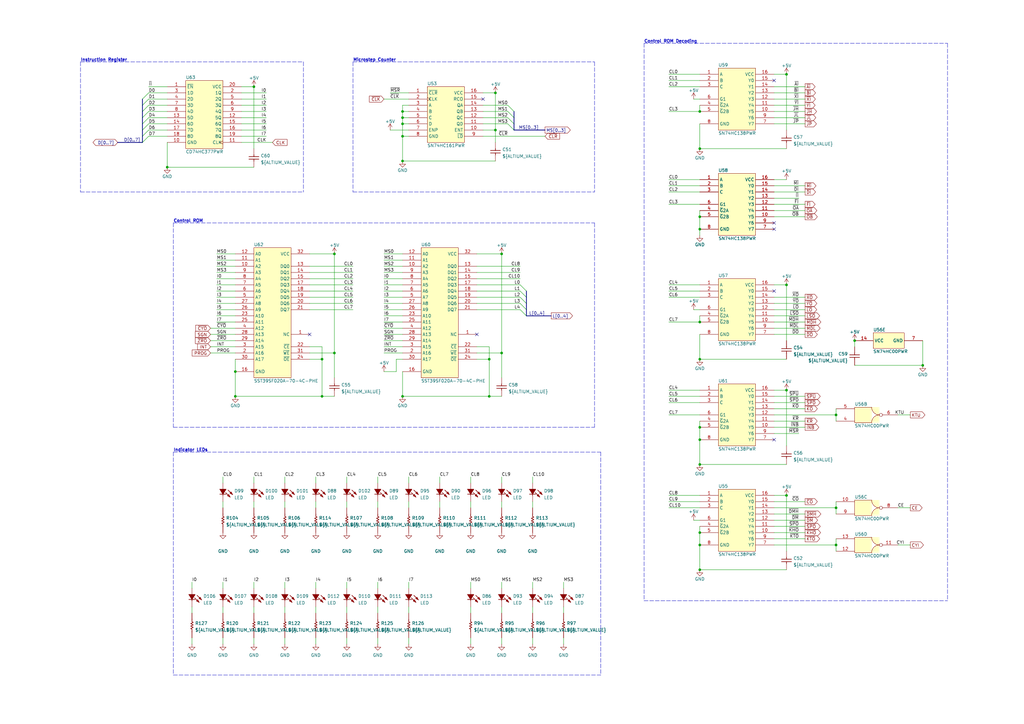
<source format=kicad_sch>
(kicad_sch (version 20211123) (generator eeschema)
  (paper "A3")
  (title_block (title "Control Logic") (date "2022-01-19") (rev "V1.1") (company "Riley Stuermer"))
  (junction (at 322.58 116.84))
  (junction (at 203.2 53.34))
  (junction (at 322.58 30.48))
  (junction (at 287.02 190.5))
  (junction (at 205.74 104.14))
  (junction (at 137.16 144.78))
  (junction (at 322.58 160.02))
  (junction (at 203.2 38.1))
  (junction (at 287.02 93.98))
  (junction (at 165.1 48.26))
  (junction (at 342.9 223.52))
  (junction (at 287.02 223.52))
  (junction (at 165.1 45.72))
  (junction (at 350.52 139.7))
  (junction (at 165.1 50.8))
  (junction (at 132.08 162.56))
  (junction (at 68.58 68.58))
  (junction (at 287.02 45.72))
  (junction (at 287.02 180.34))
  (junction (at 322.58 203.2))
  (junction (at 200.66 162.56))
  (junction (at 132.08 147.32))
  (junction (at 205.74 144.78))
  (junction (at 287.02 60.96))
  (junction (at 287.02 132.08))
  (junction (at 137.16 104.14))
  (junction (at 287.02 175.26))
  (junction (at 287.02 218.44))
  (junction (at 287.02 88.9))
  (junction (at 200.66 147.32))
  (junction (at 287.02 233.68))
  (junction (at 165.1 66.04))
  (junction (at 378.46 149.86))
  (junction (at 165.1 162.56))
  (junction (at 287.02 147.32))
  (junction (at 96.52 152.4))
  (junction (at 165.1 55.88))
  (junction (at 342.9 208.28))
  (junction (at 342.9 170.18))
  (junction (at 96.52 162.56))
  (junction (at 104.14 35.56))
  (no_connect (at 317.5 180.34))
  (no_connect (at 317.5 93.98))
  (no_connect (at 198.12 40.64))
  (no_connect (at 317.5 33.02))
  (no_connect (at 195.58 137.16))
  (no_connect (at 127 137.16))
  (no_connect (at 317.5 91.44))
  (no_connect (at 317.5 119.38))
  (bus_entry (at 208.28 43.18) (size 2.54 2.54))
  (bus_entry (at 208.28 48.26) (size 2.54 2.54))
  (bus_entry (at 208.28 45.72) (size 2.54 2.54))
  (bus_entry (at 208.28 50.8) (size 2.54 2.54))
  (bus_entry (at 213.36 116.84) (size 2.54 2.54))
  (bus_entry (at 213.36 121.92) (size 2.54 2.54))
  (bus_entry (at 213.36 127) (size 2.54 2.54))
  (bus_entry (at 213.36 119.38) (size 2.54 2.54))
  (bus_entry (at 213.36 124.46) (size 2.54 2.54))
  (bus_entry (at 58.42 40.64) (size 2.54 -2.54))
  (bus_entry (at 58.42 43.18) (size 2.54 -2.54))
  (bus_entry (at 58.42 45.72) (size 2.54 -2.54))
  (bus_entry (at 58.42 50.8) (size 2.54 -2.54))
  (bus_entry (at 58.42 48.26) (size 2.54 -2.54))
  (bus_entry (at 58.42 53.34) (size 2.54 -2.54))
  (bus_entry (at 58.42 55.88) (size 2.54 -2.54))
  (bus_entry (at 58.42 58.42) (size 2.54 -2.54))
  (wire (pts (xy 180.34 195.58) (xy 180.34 198.12)))
  (wire (pts (xy 91.44 251.46) (xy 91.44 248.92)))
  (wire (pts (xy 91.44 208.28) (xy 91.44 205.74)))
  (wire (pts (xy 317.5 210.82) (xy 330.2 210.82)))
  (wire (pts (xy 132.08 162.56) (xy 137.16 162.56)))
  (wire (pts (xy 274.32 76.2) (xy 287.02 76.2)))
  (wire (pts (xy 317.5 43.18) (xy 330.2 43.18)))
  (bus (pts (xy 210.82 48.26) (xy 210.82 50.8)))
  (wire (pts (xy 142.24 195.58) (xy 142.24 198.12)))
  (wire (pts (xy 91.44 195.58) (xy 91.44 198.12)))
  (wire (pts (xy 198.12 43.18) (xy 208.28 43.18)))
  (wire (pts (xy 157.48 109.22) (xy 165.1 109.22)))
  (wire (pts (xy 317.5 73.66) (xy 322.58 73.66)))
  (polyline (pts (xy 246.38 185.42) (xy 246.38 276.86)))
  (wire (pts (xy 157.48 152.4) (xy 162.56 152.4)))
  (wire (pts (xy 317.5 170.18) (xy 342.9 170.18)))
  (wire (pts (xy 195.58 116.84) (xy 213.36 116.84)))
  (wire (pts (xy 127 121.92) (xy 144.78 121.92)))
  (polyline (pts (xy 388.62 17.78) (xy 388.62 246.38)))
  (wire (pts (xy 322.58 203.2) (xy 322.58 226.06)))
  (wire (pts (xy 342.9 220.98) (xy 342.9 223.52)))
  (wire (pts (xy 317.5 83.82) (xy 330.2 83.82)))
  (polyline (pts (xy 243.84 91.44) (xy 243.84 175.26)))
  (wire (pts (xy 317.5 116.84) (xy 322.58 116.84)))
  (wire (pts (xy 287.02 223.52) (xy 287.02 218.44)))
  (wire (pts (xy 193.04 251.46) (xy 193.04 248.92)))
  (wire (pts (xy 104.14 208.28) (xy 104.14 205.74)))
  (wire (pts (xy 193.04 208.28) (xy 193.04 205.74)))
  (wire (pts (xy 317.5 81.28) (xy 327.66 81.28)))
  (wire (pts (xy 157.48 104.14) (xy 165.1 104.14)))
  (wire (pts (xy 88.9 124.46) (xy 96.52 124.46)))
  (wire (pts (xy 350.52 149.86) (xy 378.46 149.86)))
  (wire (pts (xy 154.94 208.28) (xy 154.94 205.74)))
  (wire (pts (xy 195.58 119.38) (xy 213.36 119.38)))
  (wire (pts (xy 317.5 177.8) (xy 327.66 177.8)))
  (wire (pts (xy 167.64 208.28) (xy 167.64 205.74)))
  (wire (pts (xy 162.56 152.4) (xy 162.56 147.32)))
  (wire (pts (xy 193.04 264.16) (xy 193.04 261.62)))
  (wire (pts (xy 160.02 53.34) (xy 167.64 53.34)))
  (wire (pts (xy 342.9 208.28) (xy 317.5 208.28)))
  (wire (pts (xy 142.24 251.46) (xy 142.24 248.92)))
  (wire (pts (xy 287.02 170.18) (xy 274.32 170.18)))
  (wire (pts (xy 60.96 55.88) (xy 68.58 55.88)))
  (bus (pts (xy 215.9 124.46) (xy 215.9 127)))
  (wire (pts (xy 60.96 38.1) (xy 68.58 38.1)))
  (wire (pts (xy 165.1 162.56) (xy 200.66 162.56)))
  (wire (pts (xy 287.02 233.68) (xy 287.02 223.52)))
  (wire (pts (xy 127 114.3) (xy 144.78 114.3)))
  (wire (pts (xy 91.44 238.76) (xy 91.44 241.3)))
  (wire (pts (xy 195.58 142.24) (xy 200.66 142.24)))
  (wire (pts (xy 317.5 38.1) (xy 330.2 38.1)))
  (wire (pts (xy 368.3 208.28) (xy 373.38 208.28)))
  (wire (pts (xy 287.02 175.26) (xy 287.02 172.72)))
  (wire (pts (xy 198.12 48.26) (xy 208.28 48.26)))
  (wire (pts (xy 218.44 238.76) (xy 218.44 241.3)))
  (wire (pts (xy 322.58 116.84) (xy 322.58 139.7)))
  (wire (pts (xy 116.84 238.76) (xy 116.84 241.3)))
  (wire (pts (xy 205.74 264.16) (xy 205.74 261.62)))
  (wire (pts (xy 287.02 218.44) (xy 287.02 215.9)))
  (wire (pts (xy 60.96 48.26) (xy 68.58 48.26)))
  (wire (pts (xy 162.56 147.32) (xy 165.1 147.32)))
  (wire (pts (xy 195.58 114.3) (xy 213.36 114.3)))
  (wire (pts (xy 132.08 147.32) (xy 132.08 162.56)))
  (wire (pts (xy 193.04 238.76) (xy 193.04 241.3)))
  (wire (pts (xy 165.1 45.72) (xy 167.64 45.72)))
  (wire (pts (xy 129.54 195.58) (xy 129.54 198.12)))
  (wire (pts (xy 198.12 55.88) (xy 223.52 55.88)))
  (wire (pts (xy 109.22 50.8) (xy 99.06 50.8)))
  (polyline (pts (xy 71.12 276.86) (xy 246.38 276.86)))
  (wire (pts (xy 287.02 180.34) (xy 287.02 175.26)))
  (wire (pts (xy 104.14 238.76) (xy 104.14 241.3)))
  (wire (pts (xy 157.48 119.38) (xy 165.1 119.38)))
  (wire (pts (xy 218.44 195.58) (xy 218.44 198.12)))
  (wire (pts (xy 198.12 45.72) (xy 208.28 45.72)))
  (wire (pts (xy 274.32 30.48) (xy 287.02 30.48)))
  (wire (pts (xy 91.44 264.16) (xy 91.44 261.62)))
  (wire (pts (xy 287.02 60.96) (xy 322.58 60.96)))
  (wire (pts (xy 317.5 127) (xy 330.2 127)))
  (wire (pts (xy 88.9 114.3) (xy 96.52 114.3)))
  (wire (pts (xy 165.1 43.18) (xy 167.64 43.18)))
  (wire (pts (xy 88.9 127) (xy 96.52 127)))
  (wire (pts (xy 274.32 78.74) (xy 287.02 78.74)))
  (polyline (pts (xy 33.02 78.74) (xy 124.46 78.74)))
  (wire (pts (xy 317.5 78.74) (xy 330.2 78.74)))
  (wire (pts (xy 218.44 208.28) (xy 218.44 205.74)))
  (wire (pts (xy 373.38 170.18) (xy 368.3 170.18)))
  (wire (pts (xy 284.48 213.36) (xy 287.02 213.36)))
  (wire (pts (xy 157.48 137.16) (xy 165.1 137.16)))
  (wire (pts (xy 88.9 119.38) (xy 96.52 119.38)))
  (polyline (pts (xy 144.78 25.4) (xy 243.84 25.4)))
  (bus (pts (xy 58.42 53.34) (xy 58.42 55.88)))
  (wire (pts (xy 104.14 195.58) (xy 104.14 198.12)))
  (wire (pts (xy 195.58 104.14) (xy 205.74 104.14)))
  (wire (pts (xy 317.5 160.02) (xy 322.58 160.02)))
  (wire (pts (xy 317.5 35.56) (xy 330.2 35.56)))
  (wire (pts (xy 287.02 45.72) (xy 274.32 45.72)))
  (bus (pts (xy 215.9 127) (xy 215.9 129.54)))
  (wire (pts (xy 157.48 132.08) (xy 165.1 132.08)))
  (polyline (pts (xy 264.16 17.78) (xy 264.16 246.38)))
  (wire (pts (xy 287.02 86.36) (xy 287.02 88.9)))
  (wire (pts (xy 342.9 223.52) (xy 342.9 226.06)))
  (wire (pts (xy 317.5 137.16) (xy 330.2 137.16)))
  (wire (pts (xy 198.12 50.8) (xy 208.28 50.8)))
  (wire (pts (xy 127 124.46) (xy 144.78 124.46)))
  (wire (pts (xy 116.84 208.28) (xy 116.84 205.74)))
  (wire (pts (xy 284.48 127) (xy 287.02 127)))
  (wire (pts (xy 218.44 251.46) (xy 218.44 248.92)))
  (wire (pts (xy 88.9 121.92) (xy 96.52 121.92)))
  (wire (pts (xy 60.96 43.18) (xy 68.58 43.18)))
  (wire (pts (xy 322.58 30.48) (xy 322.58 53.34)))
  (wire (pts (xy 165.1 48.26) (xy 165.1 50.8)))
  (wire (pts (xy 200.66 147.32) (xy 200.66 142.24)))
  (bus (pts (xy 210.82 50.8) (xy 210.82 53.34)))
  (wire (pts (xy 287.02 83.82) (xy 274.32 83.82)))
  (wire (pts (xy 157.48 139.7) (xy 165.1 139.7)))
  (wire (pts (xy 167.64 264.16) (xy 167.64 261.62)))
  (wire (pts (xy 205.74 238.76) (xy 205.74 241.3)))
  (wire (pts (xy 60.96 53.34) (xy 68.58 53.34)))
  (wire (pts (xy 88.9 111.76) (xy 96.52 111.76)))
  (wire (pts (xy 287.02 129.54) (xy 287.02 132.08)))
  (wire (pts (xy 322.58 190.5) (xy 287.02 190.5)))
  (wire (pts (xy 317.5 220.98) (xy 330.2 220.98)))
  (wire (pts (xy 231.14 264.16) (xy 231.14 261.62)))
  (wire (pts (xy 109.22 45.72) (xy 99.06 45.72)))
  (wire (pts (xy 142.24 264.16) (xy 142.24 261.62)))
  (bus (pts (xy 210.82 53.34) (xy 223.52 53.34)))
  (polyline (pts (xy 71.12 91.44) (xy 243.84 91.44)))
  (wire (pts (xy 86.36 142.24) (xy 96.52 142.24)))
  (wire (pts (xy 167.64 195.58) (xy 167.64 198.12)))
  (wire (pts (xy 88.9 104.14) (xy 96.52 104.14)))
  (wire (pts (xy 129.54 238.76) (xy 129.54 241.3)))
  (wire (pts (xy 167.64 251.46) (xy 167.64 248.92)))
  (wire (pts (xy 193.04 195.58) (xy 193.04 198.12)))
  (wire (pts (xy 317.5 86.36) (xy 330.2 86.36)))
  (bus (pts (xy 58.42 50.8) (xy 58.42 53.34)))
  (wire (pts (xy 274.32 203.2) (xy 287.02 203.2)))
  (wire (pts (xy 86.36 137.16) (xy 96.52 137.16)))
  (wire (pts (xy 205.74 195.58) (xy 205.74 198.12)))
  (wire (pts (xy 109.22 55.88) (xy 99.06 55.88)))
  (wire (pts (xy 317.5 218.44) (xy 330.2 218.44)))
  (wire (pts (xy 198.12 53.34) (xy 203.2 53.34)))
  (wire (pts (xy 86.36 139.7) (xy 96.52 139.7)))
  (wire (pts (xy 274.32 121.92) (xy 287.02 121.92)))
  (wire (pts (xy 88.9 129.54) (xy 96.52 129.54)))
  (wire (pts (xy 200.66 162.56) (xy 205.74 162.56)))
  (wire (pts (xy 317.5 172.72) (xy 330.2 172.72)))
  (wire (pts (xy 96.52 152.4) (xy 96.52 162.56)))
  (wire (pts (xy 96.52 147.32) (xy 96.52 152.4)))
  (wire (pts (xy 127 142.24) (xy 132.08 142.24)))
  (wire (pts (xy 165.1 55.88) (xy 165.1 66.04)))
  (wire (pts (xy 205.74 104.14) (xy 205.74 144.78)))
  (polyline (pts (xy 264.16 17.78) (xy 388.62 17.78)))
  (wire (pts (xy 231.14 238.76) (xy 231.14 241.3)))
  (polyline (pts (xy 264.16 246.38) (xy 388.62 246.38)))
  (wire (pts (xy 317.5 88.9) (xy 330.2 88.9)))
  (polyline (pts (xy 71.12 175.26) (xy 243.84 175.26)))
  (wire (pts (xy 165.1 43.18) (xy 165.1 45.72)))
  (wire (pts (xy 104.14 264.16) (xy 104.14 261.62)))
  (wire (pts (xy 342.9 170.18) (xy 342.9 172.72)))
  (polyline (pts (xy 144.78 25.4) (xy 144.78 78.74)))
  (wire (pts (xy 317.5 124.46) (xy 330.2 124.46)))
  (wire (pts (xy 287.02 50.8) (xy 287.02 60.96)))
  (wire (pts (xy 127 127) (xy 144.78 127)))
  (wire (pts (xy 317.5 132.08) (xy 330.2 132.08)))
  (wire (pts (xy 195.58 111.76) (xy 213.36 111.76)))
  (wire (pts (xy 78.74 238.76) (xy 78.74 241.3)))
  (wire (pts (xy 157.48 142.24) (xy 165.1 142.24)))
  (wire (pts (xy 88.9 109.22) (xy 96.52 109.22)))
  (wire (pts (xy 317.5 162.56) (xy 330.2 162.56)))
  (wire (pts (xy 317.5 223.52) (xy 342.9 223.52)))
  (wire (pts (xy 317.5 165.1) (xy 330.2 165.1)))
  (wire (pts (xy 317.5 215.9) (xy 330.2 215.9)))
  (wire (pts (xy 127 109.22) (xy 144.78 109.22)))
  (wire (pts (xy 157.48 114.3) (xy 165.1 114.3)))
  (wire (pts (xy 218.44 264.16) (xy 218.44 261.62)))
  (wire (pts (xy 111.76 58.42) (xy 99.06 58.42)))
  (wire (pts (xy 157.48 111.76) (xy 165.1 111.76)))
  (polyline (pts (xy 33.02 25.4) (xy 33.02 78.74)))
  (wire (pts (xy 287.02 43.18) (xy 287.02 45.72)))
  (wire (pts (xy 287.02 88.9) (xy 287.02 93.98)))
  (wire (pts (xy 167.64 50.8) (xy 165.1 50.8)))
  (wire (pts (xy 142.24 208.28) (xy 142.24 205.74)))
  (wire (pts (xy 157.48 121.92) (xy 165.1 121.92)))
  (wire (pts (xy 287.02 147.32) (xy 322.58 147.32)))
  (wire (pts (xy 129.54 208.28) (xy 129.54 205.74)))
  (bus (pts (xy 58.42 40.64) (xy 58.42 43.18)))
  (wire (pts (xy 157.48 40.64) (xy 167.64 40.64)))
  (wire (pts (xy 198.12 38.1) (xy 203.2 38.1)))
  (wire (pts (xy 287.02 132.08) (xy 274.32 132.08)))
  (wire (pts (xy 132.08 142.24) (xy 132.08 147.32)))
  (wire (pts (xy 317.5 121.92) (xy 330.2 121.92)))
  (wire (pts (xy 60.96 50.8) (xy 68.58 50.8)))
  (wire (pts (xy 317.5 50.8) (xy 330.2 50.8)))
  (wire (pts (xy 96.52 162.56) (xy 132.08 162.56)))
  (wire (pts (xy 127 147.32) (xy 132.08 147.32)))
  (wire (pts (xy 342.9 167.64) (xy 342.9 170.18)))
  (wire (pts (xy 342.9 208.28) (xy 342.9 210.82)))
  (wire (pts (xy 274.32 162.56) (xy 287.02 162.56)))
  (wire (pts (xy 195.58 109.22) (xy 213.36 109.22)))
  (wire (pts (xy 157.48 116.84) (xy 165.1 116.84)))
  (wire (pts (xy 287.02 93.98) (xy 287.02 96.52)))
  (wire (pts (xy 317.5 134.62) (xy 330.2 134.62)))
  (wire (pts (xy 68.58 58.42) (xy 68.58 68.58)))
  (wire (pts (xy 167.64 238.76) (xy 167.64 241.3)))
  (wire (pts (xy 127 111.76) (xy 144.78 111.76)))
  (wire (pts (xy 274.32 35.56) (xy 287.02 35.56)))
  (wire (pts (xy 109.22 48.26) (xy 99.06 48.26)))
  (wire (pts (xy 180.34 208.28) (xy 180.34 205.74)))
  (wire (pts (xy 109.22 43.18) (xy 99.06 43.18)))
  (wire (pts (xy 274.32 116.84) (xy 287.02 116.84)))
  (wire (pts (xy 274.32 208.28) (xy 287.02 208.28)))
  (wire (pts (xy 317.5 213.36) (xy 330.2 213.36)))
  (wire (pts (xy 205.74 144.78) (xy 205.74 154.94)))
  (bus (pts (xy 215.9 121.92) (xy 215.9 124.46)))
  (wire (pts (xy 317.5 203.2) (xy 322.58 203.2)))
  (wire (pts (xy 322.58 233.68) (xy 287.02 233.68)))
  (wire (pts (xy 78.74 251.46) (xy 78.74 248.92)))
  (wire (pts (xy 104.14 35.56) (xy 99.06 35.56)))
  (wire (pts (xy 274.32 205.74) (xy 287.02 205.74)))
  (wire (pts (xy 157.48 106.68) (xy 165.1 106.68)))
  (wire (pts (xy 109.22 38.1) (xy 99.06 38.1)))
  (polyline (pts (xy 71.12 185.42) (xy 71.12 276.86)))
  (wire (pts (xy 154.94 251.46) (xy 154.94 248.92)))
  (wire (pts (xy 88.9 106.68) (xy 96.52 106.68)))
  (wire (pts (xy 104.14 251.46) (xy 104.14 248.92)))
  (wire (pts (xy 205.74 208.28) (xy 205.74 205.74)))
  (wire (pts (xy 317.5 45.72) (xy 330.2 45.72)))
  (wire (pts (xy 157.48 134.62) (xy 165.1 134.62)))
  (polyline (pts (xy 71.12 185.42) (xy 246.38 185.42)))
  (wire (pts (xy 129.54 264.16) (xy 129.54 261.62)))
  (wire (pts (xy 60.96 40.64) (xy 68.58 40.64)))
  (wire (pts (xy 160.02 38.1) (xy 167.64 38.1)))
  (bus (pts (xy 58.42 48.26) (xy 58.42 50.8)))
  (wire (pts (xy 317.5 76.2) (xy 330.2 76.2)))
  (bus (pts (xy 215.9 129.54) (xy 226.06 129.54)))
  (wire (pts (xy 200.66 147.32) (xy 200.66 162.56)))
  (wire (pts (xy 127 144.78) (xy 137.16 144.78)))
  (wire (pts (xy 287.02 137.16) (xy 287.02 147.32)))
  (bus (pts (xy 58.42 43.18) (xy 58.42 45.72)))
  (wire (pts (xy 165.1 66.04) (xy 203.2 66.04)))
  (wire (pts (xy 137.16 144.78) (xy 137.16 154.94)))
  (wire (pts (xy 60.96 45.72) (xy 68.58 45.72)))
  (wire (pts (xy 274.32 33.02) (xy 287.02 33.02)))
  (wire (pts (xy 342.9 205.74) (xy 342.9 208.28)))
  (wire (pts (xy 157.48 127) (xy 165.1 127)))
  (bus (pts (xy 210.82 45.72) (xy 210.82 48.26)))
  (wire (pts (xy 68.58 68.58) (xy 104.14 68.58)))
  (polyline (pts (xy 144.78 78.74) (xy 243.84 78.74)))
  (wire (pts (xy 86.36 144.78) (xy 96.52 144.78)))
  (wire (pts (xy 287.02 190.5) (xy 287.02 180.34)))
  (wire (pts (xy 274.32 160.02) (xy 287.02 160.02)))
  (wire (pts (xy 317.5 205.74) (xy 330.2 205.74)))
  (wire (pts (xy 157.48 124.46) (xy 165.1 124.46)))
  (wire (pts (xy 127 119.38) (xy 144.78 119.38)))
  (wire (pts (xy 86.36 134.62) (xy 96.52 134.62)))
  (wire (pts (xy 203.2 53.34) (xy 203.2 58.42)))
  (wire (pts (xy 157.48 144.78) (xy 165.1 144.78)))
  (wire (pts (xy 78.74 264.16) (xy 78.74 261.62)))
  (wire (pts (xy 88.9 132.08) (xy 96.52 132.08)))
  (wire (pts (xy 274.32 119.38) (xy 287.02 119.38)))
  (bus (pts (xy 215.9 119.38) (xy 215.9 121.92)))
  (wire (pts (xy 88.9 116.84) (xy 96.52 116.84)))
  (wire (pts (xy 157.48 129.54) (xy 165.1 129.54)))
  (wire (pts (xy 195.58 121.92) (xy 213.36 121.92)))
  (polyline (pts (xy 243.84 25.4) (xy 243.84 78.74)))
  (wire (pts (xy 142.24 238.76) (xy 142.24 241.3)))
  (wire (pts (xy 116.84 251.46) (xy 116.84 248.92)))
  (wire (pts (xy 109.22 40.64) (xy 99.06 40.64)))
  (wire (pts (xy 368.3 223.52) (xy 373.38 223.52)))
  (wire (pts (xy 195.58 124.46) (xy 213.36 124.46)))
  (wire (pts (xy 195.58 127) (xy 213.36 127)))
  (wire (pts (xy 104.14 60.96) (xy 104.14 35.56)))
  (bus (pts (xy 58.42 55.88) (xy 58.42 58.42)))
  (wire (pts (xy 127 116.84) (xy 144.78 116.84)))
  (wire (pts (xy 195.58 144.78) (xy 205.74 144.78)))
  (wire (pts (xy 200.66 147.32) (xy 195.58 147.32)))
  (wire (pts (xy 322.58 160.02) (xy 322.58 182.88)))
  (wire (pts (xy 317.5 40.64) (xy 330.2 40.64)))
  (wire (pts (xy 68.58 35.56) (xy 60.96 35.56)))
  (wire (pts (xy 116.84 264.16) (xy 116.84 261.62)))
  (wire (pts (xy 205.74 251.46) (xy 205.74 248.92)))
  (wire (pts (xy 378.46 149.86) (xy 378.46 139.7)))
  (polyline (pts (xy 124.46 25.4) (xy 124.46 78.74)))
  (wire (pts (xy 116.84 195.58) (xy 116.84 198.12)))
  (wire (pts (xy 129.54 251.46) (xy 129.54 248.92)))
  (wire (pts (xy 203.2 38.1) (xy 203.2 53.34)))
  (wire (pts (xy 165.1 45.72) (xy 165.1 48.26)))
  (wire (pts (xy 154.94 264.16) (xy 154.94 261.62)))
  (bus (pts (xy 58.42 58.42) (xy 48.26 58.42)))
  (wire (pts (xy 317.5 48.26) (xy 330.2 48.26)))
  (wire (pts (xy 350.52 142.24) (xy 350.52 139.7)))
  (polyline (pts (xy 71.12 91.44) (xy 71.12 175.26)))
  (wire (pts (xy 317.5 30.48) (xy 322.58 30.48)))
  (wire (pts (xy 165.1 162.56) (xy 165.1 152.4)))
  (wire (pts (xy 154.94 195.58) (xy 154.94 198.12)))
  (wire (pts (xy 165.1 50.8) (xy 165.1 55.88)))
  (wire (pts (xy 231.14 251.46) (xy 231.14 248.92)))
  (wire (pts (xy 165.1 55.88) (xy 167.64 55.88)))
  (wire (pts (xy 284.48 40.64) (xy 287.02 40.64)))
  (wire (pts (xy 274.32 165.1) (xy 287.02 165.1)))
  (wire (pts (xy 317.5 175.26) (xy 330.2 175.26)))
  (wire (pts (xy 137.16 104.14) (xy 137.16 144.78)))
  (polyline (pts (xy 33.02 25.4) (xy 124.46 25.4)))
  (wire (pts (xy 317.5 167.64) (xy 330.2 167.64)))
  (bus (pts (xy 58.42 45.72) (xy 58.42 48.26)))
  (wire (pts (xy 154.94 238.76) (xy 154.94 241.3)))
  (wire (pts (xy 109.22 53.34) (xy 99.06 53.34)))
  (wire (pts (xy 127 104.14) (xy 137.16 104.14)))
  (wire (pts (xy 274.32 73.66) (xy 287.02 73.66)))
  (wire (pts (xy 317.5 129.54) (xy 330.2 129.54)))
  (wire (pts (xy 165.1 48.26) (xy 167.64 48.26)))
  (text "Instruction Register" (at 33.02 25.4 0) (effects (font (size 1.27 1.27) (thickness 0.254) bold) (justify left bottom)))
  (text "Control ROM Decoding" (at 264.16 17.78 0) (effects (font (size 1.27 1.27) (thickness 0.254) bold) (justify left bottom)))
  (text "Indicator LEDs" (at 71.12 185.42 0) (effects (font (size 1.27 1.27) (thickness 0.254) bold) (justify left bottom)))
  (text "Control ROM" (at 71.12 91.44 0) (effects (font (size 1.27 1.27) (thickness 0.254) bold) (justify left bottom)))
  (text "Microstep Counter" (at 144.78 25.4 0) (effects (font (size 1.27 1.27) (thickness 0.254) bold) (justify left bottom)))
  (label "MS0" (at 88.9 104.14 0))
  (label "I1" (at 91.44 238.76 0))
  (label "I5" (at 142.24 238.76 0))
  (label "~{MSR}" (at 160.02 38.1 0))
  (label "L[0..4]" (at 223.52 129.54 180))
  (label "~{DM}" (at 327.66 213.36 180))
  (label "~{II}" (at 60.96 35.56 0))
  (label "I1" (at 109.22 40.64 180))
  (label "~{SPO}" (at 327.66 215.9 180))
  (label "CL4" (at 274.32 116.84 0))
  (label "CL1" (at 274.32 33.02 0))
  (label "CL7" (at 274.32 132.08 0))
  (label "~{OA}" (at 327.66 86.36 180))
  (label "~{KHO}" (at 327.66 218.44 180))
  (label "I1" (at 88.9 116.84 0))
  (label "CL3" (at 144.78 116.84 180))
  (label "I0" (at 157.48 114.3 0))
  (label "I4" (at 157.48 124.46 0))
  (label "~{SPD}" (at 327.66 165.1 180))
  (label "D7" (at 60.96 55.88 0))
  (label "MS3" (at 88.9 111.76 0))
  (label "I6" (at 157.48 129.54 0))
  (label "~{LO}" (at 327.66 127 180))
  (label "I4" (at 109.22 48.26 180))
  (label "I5" (at 157.48 127 0))
  (label "L0" (at 213.36 116.84 180))
  (label "CL10" (at 213.36 114.3 180))
  (label "MS0" (at 193.04 238.76 0))
  (label "MS2" (at 218.44 238.76 0))
  (label "CL6" (at 274.32 165.1 0))
  (label "L1" (at 213.36 119.38 180))
  (label "I5" (at 88.9 127 0))
  (label "~{JP}" (at 327.66 50.8 180))
  (label "CL5" (at 154.94 195.58 0))
  (label "I7" (at 88.9 132.08 0))
  (label "~{CYO}" (at 157.48 134.62 0))
  (label "~{XI}" (at 327.66 40.64 180))
  (label "KTU" (at 370.84 170.18 180))
  (label "D4" (at 60.96 48.26 0))
  (label "CL2" (at 274.32 35.56 0))
  (label "~{KR}" (at 327.66 172.72 180))
  (label "CL9" (at 205.74 195.58 0))
  (label "~{CLR}" (at 208.28 55.88 180))
  (label "~{XO}" (at 327.66 121.92 180))
  (label "D5" (at 60.96 50.8 0))
  (label "~{MDL}" (at 327.66 134.62 180))
  (label "PROG" (at 88.9 144.78 0))
  (label "~{MI}" (at 327.66 76.2 180))
  (label "MS2" (at 88.9 109.22 0))
  (label "~{YI}" (at 327.66 43.18 180))
  (label "~{MDH}" (at 327.66 132.08 180))
  (label "~{AI}" (at 327.66 35.56 180))
  (label "MS1" (at 205.74 238.76 0))
  (label "L4" (at 213.36 127 180))
  (label "~{OB}" (at 327.66 88.9 180))
  (label "CE" (at 370.84 208.28 180))
  (label "CL3" (at 274.32 83.82 0))
  (label "~{BI}" (at 327.66 38.1 180))
  (label "~{CYO}" (at 88.9 134.62 0))
  (label "L3" (at 213.36 124.46 180))
  (label "CL1" (at 104.14 195.58 0))
  (label "CL5" (at 144.78 121.92 180))
  (label "D0" (at 60.96 38.1 0))
  (label "I4" (at 129.54 238.76 0))
  (label "~{JL}" (at 327.66 48.26 180))
  (label "I6" (at 88.9 129.54 0))
  (label "I6" (at 109.22 53.34 180))
  (label "~{INB}" (at 327.66 175.26 180))
  (label "~{YO}" (at 327.66 124.46 180))
  (label "MS1" (at 88.9 106.68 0))
  (label "SGN" (at 157.48 137.16 0))
  (label "I7" (at 157.48 132.08 0))
  (label "CL5" (at 274.32 119.38 0))
  (label "CLK" (at 109.22 58.42 180))
  (label "CL6" (at 167.64 195.58 0))
  (label "I7" (at 109.22 55.88 180))
  (label "~{KO}" (at 327.66 167.64 180))
  (label "CL8" (at 274.32 203.2 0))
  (label "CL10" (at 274.32 208.28 0))
  (label "~{CLK}" (at 160.02 40.64 0))
  (label "PROG" (at 157.48 144.78 0))
  (label "I7" (at 167.64 238.76 0))
  (label "~{DO}" (at 327.66 137.16 180))
  (label "D2" (at 60.96 43.18 0))
  (label "~{SPU}" (at 327.66 162.56 180))
  (label "I2" (at 88.9 119.38 0))
  (label "CL7" (at 274.32 170.18 0))
  (label "I2" (at 109.22 43.18 180))
  (label "CL9" (at 274.32 205.74 0))
  (label "I1" (at 157.48 116.84 0))
  (label "I0" (at 78.74 238.76 0))
  (label "~{ZRO}" (at 157.48 139.7 0))
  (label "CL2" (at 116.84 195.58 0))
  (label "CL5" (at 274.32 162.56 0))
  (label "D3" (at 60.96 45.72 0))
  (label "I3" (at 157.48 121.92 0))
  (label "CL9" (at 213.36 111.76 180))
  (label "MS3" (at 231.14 238.76 0))
  (label "I3" (at 109.22 45.72 180))
  (label "~{DI}" (at 327.66 78.74 180))
  (label "CL2" (at 274.32 78.74 0))
  (label "MS0" (at 157.48 104.14 0))
  (label "I3" (at 116.84 238.76 0))
  (label "CL3" (at 274.32 45.72 0))
  (label "D1" (at 60.96 40.64 0))
  (label "CL8" (at 193.04 195.58 0))
  (label "CL1" (at 274.32 76.2 0))
  (label "SGN" (at 88.9 137.16 0))
  (label "MS1" (at 208.28 45.72 180))
  (label "MS2" (at 157.48 109.22 0))
  (label "~{II}" (at 327.66 81.28 180))
  (label "CL0" (at 144.78 109.22 180))
  (label "CL0" (at 91.44 195.58 0))
  (label "~{ZRO}" (at 88.9 139.7 0))
  (label "CL4" (at 142.24 195.58 0))
  (label "CL7" (at 144.78 127 180))
  (label "CL8" (at 213.36 109.22 180))
  (label "CYI" (at 370.84 223.52 180))
  (label "CL0" (at 274.32 30.48 0))
  (label "~{MSR}" (at 327.66 177.8 180))
  (label "~{FI}" (at 327.66 83.82 180))
  (label "MS3" (at 157.48 111.76 0))
  (label "CL6" (at 144.78 124.46 180))
  (label "D6" (at 60.96 53.34 0))
  (label "L2" (at 213.36 121.92 180))
  (label "INT" (at 88.9 142.24 0))
  (label "CL1" (at 144.78 111.76 180))
  (label "I5" (at 109.22 50.8 180))
  (label "I0" (at 88.9 114.3 0))
  (label "I0" (at 109.22 38.1 180))
  (label "~{DMH}" (at 327.66 210.82 180))
  (label "CL7" (at 180.34 195.58 0))
  (label "~{JH}" (at 327.66 45.72 180))
  (label "D[0..7]" (at 50.8 58.42 0))
  (label "MS1" (at 157.48 106.68 0))
  (label "INT" (at 157.48 142.24 0))
  (label "~{KTO}" (at 327.66 220.98 180))
  (label "I2" (at 157.48 119.38 0))
  (label "I4" (at 88.9 124.46 0))
  (label "MS0" (at 208.28 43.18 180))
  (label "CL0" (at 274.32 73.66 0))
  (label "CL3" (at 129.54 195.58 0))
  (label "CL2" (at 144.78 114.3 180))
  (label "MS3" (at 208.28 50.8 180))
  (label "MS2" (at 208.28 48.26 180))
  (label "MS[0..3]" (at 220.98 53.34 180))
  (label "~{LSO}" (at 327.66 129.54 180))
  (label "I6" (at 154.94 238.76 0))
  (label "~{CO}" (at 327.66 205.74 180))
  (label "CL6" (at 274.32 121.92 0))
  (label "CL4" (at 274.32 160.02 0))
  (label "CL4" (at 144.78 119.38 180))
  (label "CL10" (at 218.44 195.58 0))
  (label "I2" (at 104.14 238.76 0))
  (label "I3" (at 88.9 121.92 0))
  (global_label "~{CLK}" (shape input) (at 157.48 40.64 180) (property "Intersheet References" "${INTERSHEET_REFS}" (effects hide)))
  (global_label "~{KHO}" (shape output) (at 330.2 218.44 0) (property "Intersheet References" "${INTERSHEET_REFS}" (effects hide)))
  (global_label "~{SPO}" (shape output) (at 330.2 215.9 0) (property "Intersheet References" "${INTERSHEET_REFS}" (effects hide)))
  (global_label "~{MDH}" (shape output) (at 330.2 132.08 0) (property "Intersheet References" "${INTERSHEET_REFS}" (effects hide)))
  (global_label "~{FI}" (shape output) (at 330.2 83.82 0) (property "Intersheet References" "${INTERSHEET_REFS}" (effects hide)))
  (global_label "MS[0..3]" (shape output) (at 223.52 53.34 0) (property "Intersheet References" "${INTERSHEET_REFS}" (effects hide)))
  (global_label "L[0..4]" (shape output) (at 226.06 129.54 0) (property "Intersheet References" "${INTERSHEET_REFS}" (effects hide)))
  (global_label "PROG" (shape input) (at 86.36 144.78 180) (property "Intersheet References" "${INTERSHEET_REFS}" (effects hide)))
  (global_label "~{MDL}" (shape output) (at 330.2 134.62 0) (property "Intersheet References" "${INTERSHEET_REFS}" (effects hide)))
  (global_label "CYI" (shape output) (at 373.38 223.52 0) (property "Intersheet References" "${INTERSHEET_REFS}" (effects hide)))
  (global_label "~{JH}" (shape output) (at 330.2 45.72 0) (property "Intersheet References" "${INTERSHEET_REFS}" (effects hide)))
  (global_label "INT" (shape input) (at 86.36 142.24 180) (property "Intersheet References" "${INTERSHEET_REFS}" (effects hide)))
  (global_label "~{CYO}" (shape input) (at 86.36 134.62 180) (property "Intersheet References" "${INTERSHEET_REFS}" (effects hide)))
  (global_label "~{YO}" (shape output) (at 330.2 124.46 0) (property "Intersheet References" "${INTERSHEET_REFS}" (effects hide)))
  (global_label "~{BI}" (shape output) (at 330.2 38.1 0) (property "Intersheet References" "${INTERSHEET_REFS}" (effects hide)))
  (global_label "~{ZRO}" (shape input) (at 86.36 139.7 180) (property "Intersheet References" "${INTERSHEET_REFS}" (effects hide)))
  (global_label "~{SPU}" (shape output) (at 330.2 162.56 0) (property "Intersheet References" "${INTERSHEET_REFS}" (effects hide)))
  (global_label "CLK" (shape input) (at 111.76 58.42 0) (property "Intersheet References" "${INTERSHEET_REFS}" (effects hide)))
  (global_label "~{XO}" (shape output) (at 330.2 121.92 0) (property "Intersheet References" "${INTERSHEET_REFS}" (effects hide)))
  (global_label "~{LO}" (shape output) (at 330.2 127 0) (property "Intersheet References" "${INTERSHEET_REFS}" (effects hide)))
  (global_label "~{DM}" (shape output) (at 330.2 213.36 0) (property "Intersheet References" "${INTERSHEET_REFS}" (effects hide)))
  (global_label "~{OA}" (shape output) (at 330.2 86.36 0) (property "Intersheet References" "${INTERSHEET_REFS}" (effects hide)))
  (global_label "~{SPD}" (shape output) (at 330.2 165.1 0) (property "Intersheet References" "${INTERSHEET_REFS}" (effects hide)))
  (global_label "~{KR}" (shape output) (at 330.2 172.72 0) (property "Intersheet References" "${INTERSHEET_REFS}" (effects hide)))
  (global_label "KTU" (shape output) (at 373.38 170.18 0) (property "Intersheet References" "${INTERSHEET_REFS}" (effects hide)))
  (global_label "~{CO}" (shape output) (at 330.2 205.74 0) (property "Intersheet References" "${INTERSHEET_REFS}" (effects hide)))
  (global_label "~{JP}" (shape output) (at 330.2 50.8 0) (property "Intersheet References" "${INTERSHEET_REFS}" (effects hide)))
  (global_label "~{KO}" (shape output) (at 330.2 167.64 0) (property "Intersheet References" "${INTERSHEET_REFS}" (effects hide)))
  (global_label "~{AI}" (shape output) (at 330.2 35.56 0) (property "Intersheet References" "${INTERSHEET_REFS}" (effects hide)))
  (global_label "SGN" (shape input) (at 86.36 137.16 180) (property "Intersheet References" "${INTERSHEET_REFS}" (effects hide)))
  (global_label "~{INB}" (shape output) (at 330.2 175.26 0) (property "Intersheet References" "${INTERSHEET_REFS}" (effects hide)))
  (global_label "~{DI}" (shape output) (at 330.2 78.74 0) (property "Intersheet References" "${INTERSHEET_REFS}" (effects hide)))
  (global_label "~{DO}" (shape output) (at 330.2 137.16 0) (property "Intersheet References" "${INTERSHEET_REFS}" (effects hide)))
  (global_label "~{CLR}" (shape input) (at 223.52 55.88 0) (property "Intersheet References" "${INTERSHEET_REFS}" (effects hide)))
  (global_label "~{OB}" (shape output) (at 330.2 88.9 0) (property "Intersheet References" "${INTERSHEET_REFS}" (effects hide)))
  (global_label "~{XI}" (shape output) (at 330.2 40.64 0) (property "Intersheet References" "${INTERSHEET_REFS}" (effects hide)))
  (global_label "~{JL}" (shape output) (at 330.2 48.26 0) (property "Intersheet References" "${INTERSHEET_REFS}" (effects hide)))
  (global_label "~{YI}" (shape output) (at 330.2 43.18 0) (property "Intersheet References" "${INTERSHEET_REFS}" (effects hide)))
  (global_label "~{MI}" (shape output) (at 330.2 76.2 0) (property "Intersheet References" "${INTERSHEET_REFS}" (effects hide)))
  (global_label "~{KTO}" (shape output) (at 330.2 220.98 0) (property "Intersheet References" "${INTERSHEET_REFS}" (effects hide)))
  (global_label "~{DMH}" (shape output) (at 330.2 210.82 0) (property "Intersheet References" "${INTERSHEET_REFS}" (effects hide)))
  (global_label "~{LSO}" (shape output) (at 330.2 129.54 0) (property "Intersheet References" "${INTERSHEET_REFS}" (effects hide)))
  (global_label "D[0..7]" (shape bidirectional) (at 48.26 58.42 180) (property "Intersheet References" "${INTERSHEET_REFS}" (effects hide)))
  (global_label "CE" (shape output) (at 373.38 208.28 0) (property "Intersheet References" "${INTERSHEET_REFS}" (effects hide)))
  (symbol (lib_id "8BitCPU_Symbols:GND") (at 205.74 264.16 0) (unit 1)
    (property "Reference" "#PWR?" (effects hide))
    (property "Value" "GND" (at 205.74 268.7225 0))
  )
  (symbol (lib_id "8BitCPU_Symbols:+5V") (at 322.58 30.48 0) (unit 1)
    (property "Reference" "#PWR?" (effects hide))
    (property "Value" "+5" (at 322.58 26.924 0))
  )
  (symbol (lib_id "8BitCPU_Symbols:RES") (at 167.64 215.9 90) (unit 1)
    (property "Reference" "R109" (at 168.91 212.4515 90) (effects (justify right)))
    (property "Value" "${ALTIUM_VALUE}" (at 168.91 215.2266 90) (effects (justify right)))
    (property "Footprint" "0603-RESC1508X06N" (effects hide))
  )
  (symbol (lib_id "8BitCPU_Symbols:LED") (at 193.04 200.66 270) (unit 1)
    (property "Reference" "D96" (at 197.6892 201.3257 90) (effects (justify left)))
    (property "Value" "LED" (at 197.6892 204.1008 90) (effects (justify left)))
    (property "Footprint" "0603-LED1608X04N" (effects hide))
  )
  (symbol (lib_id "8BitCPU_Symbols:CAP") (at 322.58 231.14 90) (unit 1)
    (property "Reference" "C52" (at 325.374 228.9615 90) (effects (justify right)))
    (property "Value" "${ALTIUM_VALUE}" (at 325.374 231.7366 90) (effects (justify right)))
    (property "Footprint" "0603-CAPC1608X09N" (effects hide))
  )
  (symbol (lib_id "8BitCPU_Symbols:CAP") (at 350.52 147.32 90) (unit 1)
    (property "Reference" "C59" (at 347.726 145.1415 90) (effects (justify left)))
    (property "Value" "${ALTIUM_VALUE}" (at 347.726 147.9166 90) (effects (justify left)))
    (property "Footprint" "0603-CAPC1608X09N" (effects hide))
  )
  (symbol (lib_id "8BitCPU_Symbols:RES") (at 104.14 215.9 90) (unit 1)
    (property "Reference" "R105" (at 105.41 212.4515 90) (effects (justify right)))
    (property "Value" "${ALTIUM_VALUE}" (at 105.41 215.2266 90) (effects (justify right)))
    (property "Footprint" "0603-RESC1508X06N" (effects hide))
  )
  (symbol (lib_id "8BitCPU_Symbols:LED") (at 129.54 243.84 270) (unit 1)
    (property "Reference" "D112" (at 134.1892 244.5057 90) (effects (justify left)))
    (property "Value" "LED" (at 134.1892 247.2808 90) (effects (justify left)))
    (property "Footprint" "0603-LED1608X04N" (effects hide))
  )
  (symbol (lib_id "8BitCPU_Symbols:CAP") (at 322.58 144.78 90) (unit 1)
    (property "Reference" "C54" (at 325.374 142.6015 90) (effects (justify right)))
    (property "Value" "${ALTIUM_VALUE}" (at 325.374 145.3766 90) (effects (justify right)))
    (property "Footprint" "0603-CAPC1608X09N" (effects hide))
  )
  (symbol (lib_id "8BitCPU_Symbols:RES") (at 91.44 259.08 90) (unit 1)
    (property "Reference" "R120" (at 92.71 255.6315 90) (effects (justify right)))
    (property "Value" "${ALTIUM_VALUE}" (at 92.71 258.4066 90) (effects (justify right)))
    (property "Footprint" "0603-RESC1508X06N" (effects hide))
  )
  (symbol (lib_id "8BitCPU_Symbols:RES") (at 91.44 215.9 90) (unit 1)
    (property "Reference" "R104" (at 92.71 212.4515 90) (effects (justify right)))
    (property "Value" "${ALTIUM_VALUE}" (at 92.71 215.2266 90) (effects (justify right)))
    (property "Footprint" "0603-RESC1508X06N" (effects hide))
  )
  (symbol (lib_id "8BitCPU_Symbols:CAP") (at 322.58 187.96 90) (unit 1)
    (property "Reference" "C56" (at 325.374 185.7815 90) (effects (justify right)))
    (property "Value" "${ALTIUM_VALUE}" (at 325.374 188.5566 90) (effects (justify right)))
    (property "Footprint" "0603-CAPC1608X09N" (effects hide))
  )
  (symbol (lib_id "8BitCPU_Symbols:+5V") (at 157.48 152.4 0) (unit 1)
    (property "Reference" "#PWR?" (effects hide))
    (property "Value" "+5" (at 157.48 148.844 0))
  )
  (symbol (lib_id "8BitCPU_Symbols:RES") (at 193.04 259.08 90) (unit 1)
    (property "Reference" "R94" (at 194.31 255.6315 90) (effects (justify right)))
    (property "Value" "${ALTIUM_VALUE}" (at 194.31 258.4066 90) (effects (justify right)))
    (property "Footprint" "0603-RESC1508X06N" (effects hide))
  )
  (symbol (lib_id "8BitCPU_Symbols:+5V") (at 322.58 116.84 0) (unit 1)
    (property "Reference" "#PWR?" (effects hide))
    (property "Value" "+5" (at 322.58 113.284 0))
  )
  (symbol (lib_id "8BitCPU_Symbols:LED") (at 180.34 200.66 270) (unit 1)
    (property "Reference" "D90" (at 184.9892 201.3257 90) (effects (justify left)))
    (property "Value" "LED" (at 184.9892 204.1008 90) (effects (justify left)))
    (property "Footprint" "0603-LED1608X04N" (effects hide))
  )
  (symbol (lib_id "8BitCPU_Symbols:SN74HC00PWR") (at 350.52 220.98 0) (unit 4)
    (property "Reference" "U56" (at 350.52 219.075 0) (effects (justify left)))
    (property "Value" "SN74HC00PWR" (at 350.52 227.965 0) (effects (justify left)))
    (property "Footprint" "TI-PW-TSSOP65P640X120-14N" (effects hide))
  )
  (symbol (lib_id "8BitCPU_Symbols:RES") (at 104.14 259.08 90) (unit 1)
    (property "Reference" "R121" (at 105.41 255.6315 90) (effects (justify right)))
    (property "Value" "${ALTIUM_VALUE}" (at 105.41 258.4066 90) (effects (justify right)))
    (property "Footprint" "0603-RESC1508X06N" (effects hide))
  )
  (symbol (lib_id "8BitCPU_Symbols:GND") (at 154.94 264.16 0) (unit 1)
    (property "Reference" "#PWR?" (effects hide))
    (property "Value" "GND" (at 154.94 268.7225 0))
  )
  (symbol (lib_id "8BitCPU_Symbols:GND") (at 165.1 66.04 0) (unit 1)
    (property "Reference" "#PWR?" (effects hide))
    (property "Value" "GND" (at 165.1 69.85 0))
  )
  (symbol (lib_id "8BitCPU_Symbols:+5V") (at 284.48 213.36 0) (unit 1)
    (property "Reference" "#PWR?" (effects hide))
    (property "Value" "+5" (at 284.48 209.804 0))
  )
  (symbol (lib_id "8BitCPU_Symbols:CAP") (at 322.58 58.42 90) (unit 1)
    (property "Reference" "C57" (at 325.374 56.2415 90) (effects (justify right)))
    (property "Value" "${ALTIUM_VALUE}" (at 325.374 59.0166 90) (effects (justify right)))
    (property "Footprint" "0603-CAPC1608X09N" (effects hide))
  )
  (symbol (lib_id "8BitCPU_Symbols:GND") (at 78.74 264.16 0) (unit 1)
    (property "Reference" "#PWR?" (effects hide))
    (property "Value" "GND" (at 78.74 268.7225 0))
  )
  (symbol (lib_id "8BitCPU_Symbols:RES") (at 116.84 215.9 90) (unit 1)
    (property "Reference" "R106" (at 118.11 212.4515 90) (effects (justify right)))
    (property "Value" "${ALTIUM_VALUE}" (at 118.11 215.2266 90) (effects (justify right)))
    (property "Footprint" "0603-RESC1508X06N" (effects hide))
  )
  (symbol (lib_id "8BitCPU_Symbols:SN74HC138PWR") (at 294.64 116.84 0) (unit 1)
    (property "Reference" "U57" (at 294.64 113.03 0) (effects (justify left)))
    (property "Value" "SN74HC138PWR" (at 294.64 140.97 0) (effects (justify left)))
    (property "Footprint" "TI-PW-TSSOP65P640X120-16N" (effects hide))
  )
  (symbol (lib_id "8BitCPU_Symbols:GND") (at 287.02 233.68 0) (unit 1)
    (property "Reference" "#PWR?" (effects hide))
    (property "Value" "GND" (at 287.02 237.49 0))
  )
  (symbol (lib_id "8BitCPU_Symbols:CAP") (at 203.2 63.5 90) (unit 1)
    (property "Reference" "C51" (at 205.994 61.3215 90) (effects (justify right)))
    (property "Value" "${ALTIUM_VALUE}" (at 205.994 64.0966 90) (effects (justify right)))
    (property "Footprint" "0603-CAPC1608X09N" (effects hide))
  )
  (symbol (lib_id "8BitCPU_Symbols:SN74HC138PWR") (at 294.64 160.02 0) (unit 1)
    (property "Reference" "U61" (at 294.64 156.21 0) (effects (justify left)))
    (property "Value" "SN74HC138PWR" (at 294.64 184.15 0) (effects (justify left)))
    (property "Footprint" "TI-PW-TSSOP65P640X120-16N" (effects hide))
  )
  (symbol (lib_id "8BitCPU_Symbols:SN74HC00PWR") (at 350.52 205.74 0) (unit 3)
    (property "Reference" "U56" (at 350.52 203.835 0) (effects (justify left)))
    (property "Value" "SN74HC00PWR" (at 350.52 212.725 0) (effects (justify left)))
    (property "Footprint" "TI-PW-TSSOP65P640X120-14N" (effects hide))
  )
  (symbol (lib_id "8BitCPU_Symbols:LED") (at 218.44 200.66 270) (unit 1)
    (property "Reference" "D98" (at 223.0892 201.3257 90) (effects (justify left)))
    (property "Value" "LED" (at 223.0892 204.1008 90) (effects (justify left)))
    (property "Footprint" "0603-LED1608X04N" (effects hide))
  )
  (symbol (lib_id "8BitCPU_Symbols:LED") (at 129.54 200.66 270) (unit 1)
    (property "Reference" "D88" (at 134.1892 201.3257 90) (effects (justify left)))
    (property "Value" "LED" (at 134.1892 204.1008 90) (effects (justify left)))
    (property "Footprint" "0603-LED1608X04N" (effects hide))
  )
  (symbol (lib_id "8BitCPU_Symbols:RES") (at 129.54 259.08 90) (unit 1)
    (property "Reference" "R123" (at 130.81 255.6315 90) (effects (justify right)))
    (property "Value" "${ALTIUM_VALUE}" (at 130.81 258.4066 90) (effects (justify right)))
    (property "Footprint" "0603-RESC1508X06N" (effects hide))
  )
  (symbol (lib_id "8BitCPU_Symbols:LED") (at 193.04 243.84 270) (unit 1)
    (property "Reference" "D86" (at 197.6892 244.5057 90) (effects (justify left)))
    (property "Value" "LED" (at 197.6892 247.2808 90) (effects (justify left)))
    (property "Footprint" "0603-LED1608X04N" (effects hide))
  )
  (symbol (lib_id "8BitCPU_Symbols:LED") (at 167.64 200.66 270) (unit 1)
    (property "Reference" "D95" (at 172.2892 201.3257 90) (effects (justify left)))
    (property "Value" "LED" (at 172.2892 204.1008 90) (effects (justify left)))
    (property "Footprint" "0603-LED1608X04N" (effects hide))
  )
  (symbol (lib_id "8BitCPU_Symbols:+5V") (at 104.14 35.56 0) (unit 1)
    (property "Reference" "#PWR?" (effects hide))
    (property "Value" "+5" (at 104.14 32.004 0))
  )
  (symbol (lib_id "8BitCPU_Symbols:+5V") (at 284.48 40.64 0) (unit 1)
    (property "Reference" "#PWR?" (effects hide))
    (property "Value" "+5" (at 284.48 37.084 0))
  )
  (symbol (lib_id "8BitCPU_Symbols:GND") (at 205.74 218.44 0) (unit 1)
    (property "Reference" "#PWR?" (effects hide))
    (property "Value" "GND" (at 205.74 226.06 0))
  )
  (symbol (lib_id "8BitCPU_Symbols:+5V") (at 137.16 104.14 0) (unit 1)
    (property "Reference" "#PWR?" (effects hide))
    (property "Value" "+5" (at 137.16 100.584 0))
  )
  (symbol (lib_id "8BitCPU_Symbols:RES") (at 231.14 259.08 90) (unit 1)
    (property "Reference" "R97" (at 232.41 255.6315 90) (effects (justify right)))
    (property "Value" "${ALTIUM_VALUE}" (at 232.41 258.4066 90) (effects (justify right)))
    (property "Footprint" "0603-RESC1508X06N" (effects hide))
  )
  (symbol (lib_id "8BitCPU_Symbols:GND") (at 167.64 264.16 0) (unit 1)
    (property "Reference" "#PWR?" (effects hide))
    (property "Value" "GND" (at 167.64 268.7225 0))
  )
  (symbol (lib_id "8BitCPU_Symbols:+5V") (at 160.02 53.34 0) (unit 1)
    (property "Reference" "#PWR?" (effects hide))
    (property "Value" "+5" (at 160.02 49.784 0))
  )
  (symbol (lib_id "8BitCPU_Symbols:RES") (at 167.64 259.08 90) (unit 1)
    (property "Reference" "R126" (at 168.91 255.6315 90) (effects (justify right)))
    (property "Value" "${ALTIUM_VALUE}" (at 168.91 258.4066 90) (effects (justify right)))
    (property "Footprint" "0603-RESC1508X06N" (effects hide))
  )
  (symbol (lib_id "8BitCPU_Symbols:GND") (at 218.44 218.44 0) (unit 1)
    (property "Reference" "#PWR?" (effects hide))
    (property "Value" "GND" (at 218.44 226.06 0))
  )
  (symbol (lib_id "8BitCPU_Symbols:RES") (at 218.44 259.08 90) (unit 1)
    (property "Reference" "R96" (at 219.71 255.6315 90) (effects (justify right)))
    (property "Value" "${ALTIUM_VALUE}" (at 219.71 258.4066 90) (effects (justify right)))
    (property "Footprint" "0603-RESC1508X06N" (effects hide))
  )
  (symbol (lib_id "8BitCPU_Symbols:GND") (at 116.84 264.16 0) (unit 1)
    (property "Reference" "#PWR?" (effects hide))
    (property "Value" "GND" (at 116.84 268.7225 0))
  )
  (symbol (lib_id "8BitCPU_Symbols:GND") (at 116.84 218.44 0) (unit 1)
    (property "Reference" "#PWR?" (effects hide))
    (property "Value" "GND" (at 116.84 226.06 0))
  )
  (symbol (lib_id "8BitCPU_Symbols:LED") (at 104.14 200.66 270) (unit 1)
    (property "Reference" "D100" (at 108.7892 201.3257 90) (effects (justify left)))
    (property "Value" "LED" (at 108.7892 204.1008 90) (effects (justify left)))
    (property "Footprint" "0603-LED1608X04N" (effects hide))
  )
  (symbol (lib_id "8BitCPU_Symbols:RES") (at 142.24 259.08 90) (unit 1)
    (property "Reference" "R124" (at 143.51 255.6315 90) (effects (justify right)))
    (property "Value" "${ALTIUM_VALUE}" (at 143.51 258.4066 90) (effects (justify right)))
    (property "Footprint" "0603-RESC1508X06N" (effects hide))
  )
  (symbol (lib_id "8BitCPU_Symbols:LED") (at 167.64 243.84 270) (unit 1)
    (property "Reference" "D113" (at 172.2892 244.5057 90) (effects (justify left)))
    (property "Value" "LED" (at 172.2892 247.2808 90) (effects (justify left)))
    (property "Footprint" "0603-LED1608X04N" (effects hide))
  )
  (symbol (lib_id "8BitCPU_Symbols:LED") (at 91.44 243.84 270) (unit 1)
    (property "Reference" "D107" (at 96.0892 244.5057 90) (effects (justify left)))
    (property "Value" "LED" (at 96.0892 247.2808 90) (effects (justify left)))
    (property "Footprint" "0603-LED1608X04N" (effects hide))
  )
  (symbol (lib_id "8BitCPU_Symbols:LED") (at 116.84 243.84 270) (unit 1)
    (property "Reference" "D109" (at 121.4892 244.5057 90) (effects (justify left)))
    (property "Value" "LED" (at 121.4892 247.2808 90) (effects (justify left)))
    (property "Footprint" "0603-LED1608X04N" (effects hide))
  )
  (symbol (lib_id "8BitCPU_Symbols:RES") (at 205.74 259.08 90) (unit 1)
    (property "Reference" "R95" (at 207.01 255.6315 90) (effects (justify right)))
    (property "Value" "${ALTIUM_VALUE}" (at 207.01 258.4066 90) (effects (justify right)))
    (property "Footprint" "0603-RESC1508X06N" (effects hide))
  )
  (symbol (lib_id "8BitCPU_Symbols:LED") (at 231.14 243.84 270) (unit 1)
    (property "Reference" "D87" (at 235.7892 244.5057 90) (effects (justify left)))
    (property "Value" "LED" (at 235.7892 247.2808 90) (effects (justify left)))
    (property "Footprint" "0603-LED1608X04N" (effects hide))
  )
  (symbol (lib_id "8BitCPU_Symbols:SN74HC138PWR") (at 294.64 203.2 0) (unit 1)
    (property "Reference" "U55" (at 294.64 199.39 0) (effects (justify left)))
    (property "Value" "SN74HC138PWR" (at 294.64 227.33 0) (effects (justify left)))
    (property "Footprint" "TI-PW-TSSOP65P640X120-16N" (effects hide))
  )
  (symbol (lib_id "8BitCPU_Symbols:RES") (at 218.44 215.9 90) (unit 1)
    (property "Reference" "R113" (at 219.71 212.4515 90) (effects (justify right)))
    (property "Value" "${ALTIUM_VALUE}" (at 219.71 215.2266 90) (effects (justify right)))
    (property "Footprint" "0603-RESC1508X06N" (effects hide))
  )
  (symbol (lib_id "8BitCPU_Symbols:GND") (at 129.54 264.16 0) (unit 1)
    (property "Reference" "#PWR?" (effects hide))
    (property "Value" "GND" (at 129.54 268.7225 0))
  )
  (symbol (lib_id "8BitCPU_Symbols:GND") (at 378.46 149.86 0) (unit 1)
    (property "Reference" "#PWR?" (effects hide))
    (property "Value" "GND" (at 378.46 153.67 0))
  )
  (symbol (lib_id "8BitCPU_Symbols:LED") (at 205.74 200.66 270) (unit 1)
    (property "Reference" "D97" (at 210.3892 201.3257 90) (effects (justify left)))
    (property "Value" "LED" (at 210.3892 204.1008 90) (effects (justify left)))
    (property "Footprint" "0603-LED1608X04N" (effects hide))
  )
  (symbol (lib_id "8BitCPU_Symbols:LED") (at 78.74 243.84 270) (unit 1)
    (property "Reference" "D106" (at 83.3892 244.5057 90) (effects (justify left)))
    (property "Value" "LED" (at 83.3892 247.2808 90) (effects (justify left)))
    (property "Footprint" "0603-LED1608X04N" (effects hide))
  )
  (symbol (lib_id "8BitCPU_Symbols:GND") (at 104.14 264.16 0) (unit 1)
    (property "Reference" "#PWR?" (effects hide))
    (property "Value" "GND" (at 104.14 268.7225 0))
  )
  (symbol (lib_id "8BitCPU_Symbols:GND") (at 287.02 190.5 0) (unit 1)
    (property "Reference" "#PWR?" (effects hide))
    (property "Value" "GND" (at 287.02 194.31 0))
  )
  (symbol (lib_id "8BitCPU_Symbols:GND") (at 142.24 218.44 0) (unit 1)
    (property "Reference" "#PWR?" (effects hide))
    (property "Value" "GND" (at 142.24 226.06 0))
  )
  (symbol (lib_id "8BitCPU_Symbols:GND") (at 287.02 96.52 0) (unit 1)
    (property "Reference" "#PWR?" (effects hide))
    (property "Value" "GND" (at 287.02 100.33 0))
  )
  (symbol (lib_id "8BitCPU_Symbols:CD74HC377PWR") (at 76.2 35.56 0) (unit 1)
    (property "Reference" "U63" (at 76.2 31.75 0) (effects (justify left)))
    (property "Value" "CD74HC377PWR" (at 76.2 62.23 0) (effects (justify left)))
    (property "Footprint" "TI-PW-TSSOP65P640X120-20N" (effects hide))
  )
  (symbol (lib_id "8BitCPU_Symbols:SN74HC00PWR") (at 358.14 137.16 0) (unit 5)
    (property "Reference" "U56" (at 358.14 135.255 0) (effects (justify left)))
    (property "Value" "SN74HC00PWR" (at 358.14 144.145 0) (effects (justify left)))
    (property "Footprint" "TI-PW-TSSOP65P640X120-14N" (effects hide))
  )
  (symbol (lib_id "8BitCPU_Symbols:GND") (at 91.44 264.16 0) (unit 1)
    (property "Reference" "#PWR?" (effects hide))
    (property "Value" "GND" (at 91.44 268.7225 0))
  )
  (symbol (lib_id "8BitCPU_Symbols:LED") (at 205.74 243.84 270) (unit 1)
    (property "Reference" "D93" (at 210.3892 244.5057 90) (effects (justify left)))
    (property "Value" "LED" (at 210.3892 247.2808 90) (effects (justify left)))
    (property "Footprint" "0603-LED1608X04N" (effects hide))
  )
  (symbol (lib_id "8BitCPU_Symbols:RES") (at 154.94 259.08 90) (unit 1)
    (property "Reference" "R125" (at 156.21 255.6315 90) (effects (justify right)))
    (property "Value" "${ALTIUM_VALUE}" (at 156.21 258.4066 90) (effects (justify right)))
    (property "Footprint" "0603-RESC1508X06N" (effects hide))
  )
  (symbol (lib_id "8BitCPU_Symbols:+5V") (at 205.74 104.14 0) (unit 1)
    (property "Reference" "#PWR?" (effects hide))
    (property "Value" "+5" (at 205.74 100.584 0))
  )
  (symbol (lib_id "8BitCPU_Symbols:+5V") (at 203.2 38.1 0) (unit 1)
    (property "Reference" "#PWR?" (effects hide))
    (property "Value" "+5" (at 203.2 34.544 0))
  )
  (symbol (lib_id "8BitCPU_Symbols:LED") (at 218.44 243.84 270) (unit 1)
    (property "Reference" "D94" (at 223.0892 244.5057 90) (effects (justify left)))
    (property "Value" "LED" (at 223.0892 247.2808 90) (effects (justify left)))
    (property "Footprint" "0603-LED1608X04N" (effects hide))
  )
  (symbol (lib_id "8BitCPU_Symbols:GND") (at 167.64 218.44 0) (unit 1)
    (property "Reference" "#PWR?" (effects hide))
    (property "Value" "GND" (at 167.64 226.06 0))
  )
  (symbol (lib_id "8BitCPU_Symbols:RES") (at 116.84 259.08 90) (unit 1)
    (property "Reference" "R122" (at 118.11 255.6315 90) (effects (justify right)))
    (property "Value" "${ALTIUM_VALUE}" (at 118.11 258.4066 90) (effects (justify right)))
    (property "Footprint" "0603-RESC1508X06N" (effects hide))
  )
  (symbol (lib_id "8BitCPU_Symbols:+5V") (at 322.58 160.02 0) (unit 1)
    (property "Reference" "#PWR?" (effects hide))
    (property "Value" "+5" (at 322.58 156.464 0))
  )
  (symbol (lib_id "8BitCPU_Symbols:SN74HC00PWR") (at 350.52 167.64 0) (unit 2)
    (property "Reference" "U56" (at 350.52 165.735 0) (effects (justify left)))
    (property "Value" "SN74HC00PWR" (at 350.52 174.625 0) (effects (justify left)))
    (property "Footprint" "TI-PW-TSSOP65P640X120-14N" (effects hide))
  )
  (symbol (lib_id "8BitCPU_Symbols:GND") (at 180.34 218.44 0) (unit 1)
    (property "Reference" "#PWR?" (effects hide))
    (property "Value" "GND" (at 180.34 226.06 0))
  )
  (symbol (lib_id "8BitCPU_Symbols:RES") (at 154.94 215.9 90) (unit 1)
    (property "Reference" "R108" (at 156.21 212.4515 90) (effects (justify right)))
    (property "Value" "${ALTIUM_VALUE}" (at 156.21 215.2266 90) (effects (justify right)))
    (property "Footprint" "0603-RESC1508X06N" (effects hide))
  )
  (symbol (lib_id "8BitCPU_Symbols:+5V") (at 322.58 203.2 0) (unit 1)
    (property "Reference" "#PWR?" (effects hide))
    (property "Value" "+5" (at 322.58 199.644 0))
  )
  (symbol (lib_id "8BitCPU_Symbols:SN74HC138PWR") (at 294.64 30.48 0) (unit 1)
    (property "Reference" "U59" (at 294.64 26.67 0) (effects (justify left)))
    (property "Value" "SN74HC138PWR" (at 294.64 54.61 0) (effects (justify left)))
    (property "Footprint" "TI-PW-TSSOP65P640X120-16N" (effects hide))
  )
  (symbol (lib_id "8BitCPU_Symbols:GND") (at 218.44 264.16 0) (unit 1)
    (property "Reference" "#PWR?" (effects hide))
    (property "Value" "GND" (at 218.44 268.7225 0))
  )
  (symbol (lib_id "8BitCPU_Symbols:RES") (at 180.34 215.9 90) (unit 1)
    (property "Reference" "R110" (at 181.61 212.4515 90) (effects (justify right)))
    (property "Value" "${ALTIUM_VALUE}" (at 181.61 215.2266 90) (effects (justify right)))
    (property "Footprint" "0603-RESC1508X06N" (effects hide))
  )
  (symbol (lib_id "8BitCPU_Symbols:RES") (at 142.24 215.9 90) (unit 1)
    (property "Reference" "R107" (at 143.51 212.4515 90) (effects (justify right)))
    (property "Value" "${ALTIUM_VALUE}" (at 143.51 215.2266 90) (effects (justify right)))
    (property "Footprint" "0603-RESC1508X06N" (effects hide))
  )
  (symbol (lib_id "8BitCPU_Symbols:CAP") (at 104.14 66.04 90) (unit 1)
    (property "Reference" "C60" (at 106.934 63.8615 90) (effects (justify right)))
    (property "Value" "${ALTIUM_VALUE}" (at 106.934 66.6366 90) (effects (justify right)))
    (property "Footprint" "0603-CAPC1608X09N" (effects hide))
  )
  (symbol (lib_id "8BitCPU_Symbols:GND") (at 165.1 162.56 0) (unit 1)
    (property "Reference" "#PWR?" (effects hide))
    (property "Value" "GND" (at 165.1 166.37 0))
  )
  (symbol (lib_id "8BitCPU_Symbols:SST39SF020A-70-4C-PHE") (at 104.14 104.14 0) (unit 1)
    (property "Reference" "U62" (at 104.14 100.33 0) (effects (justify left)))
    (property "Value" "SST39SF020A-70-4C-PHE" (at 104.14 156.21 0) (effects (justify left)))
    (property "Footprint" "DIP32W-SOCKET" (effects hide))
  )
  (symbol (lib_id "8BitCPU_Symbols:SST39SF020A-70-4C-PHE") (at 172.72 104.14 0) (unit 1)
    (property "Reference" "U60" (at 172.72 100.33 0) (effects (justify left)))
    (property "Value" "SST39SF020A-70-4C-PHE" (at 172.72 156.21 0) (effects (justify left)))
    (property "Footprint" "DIP32W-SOCKET" (effects hide))
  )
  (symbol (lib_id "8BitCPU_Symbols:GND") (at 129.54 218.44 0) (unit 1)
    (property "Reference" "#PWR?" (effects hide))
    (property "Value" "GND" (at 129.54 226.06 0))
  )
  (symbol (lib_id "8BitCPU_Symbols:GND") (at 154.94 218.44 0) (unit 1)
    (property "Reference" "#PWR?" (effects hide))
    (property "Value" "GND" (at 154.94 226.06 0))
  )
  (symbol (lib_id "8BitCPU_Symbols:GND") (at 91.44 218.44 0) (unit 1)
    (property "Reference" "#PWR?" (effects hide))
    (property "Value" "GND" (at 91.44 226.06 0))
  )
  (symbol (lib_id "8BitCPU_Symbols:LED") (at 104.14 243.84 270) (unit 1)
    (property "Reference" "D108" (at 108.7892 244.5057 90) (effects (justify left)))
    (property "Value" "LED" (at 108.7892 247.2808 90) (effects (justify left)))
    (property "Footprint" "0603-LED1608X04N" (effects hide))
  )
  (symbol (lib_id "8BitCPU_Symbols:RES") (at 205.74 215.9 90) (unit 1)
    (property "Reference" "R112" (at 207.01 212.4515 90) (effects (justify right)))
    (property "Value" "${ALTIUM_VALUE}" (at 207.01 215.2266 90) (effects (justify right)))
    (property "Footprint" "0603-RESC1508X06N" (effects hide))
  )
  (symbol (lib_id "8BitCPU_Symbols:LED") (at 116.84 200.66 270) (unit 1)
    (property "Reference" "D101" (at 121.4892 201.3257 90) (effects (justify left)))
    (property "Value" "LED" (at 121.4892 204.1008 90) (effects (justify left)))
    (property "Footprint" "0603-LED1608X04N" (effects hide))
  )
  (symbol (lib_id "8BitCPU_Symbols:GND") (at 142.24 264.16 0) (unit 1)
    (property "Reference" "#PWR?" (effects hide))
    (property "Value" "GND" (at 142.24 268.7225 0))
  )
  (symbol (lib_id "8BitCPU_Symbols:LED") (at 91.44 200.66 270) (unit 1)
    (property "Reference" "D99" (at 96.0892 201.3257 90) (effects (justify left)))
    (property "Value" "LED" (at 96.0892 204.1008 90) (effects (justify left)))
    (property "Footprint" "0603-LED1608X04N" (effects hide))
  )
  (symbol (lib_id "8BitCPU_Symbols:CAP") (at 137.16 160.02 90) (unit 1)
    (property "Reference" "C55" (at 139.954 157.8415 90) (effects (justify right)))
    (property "Value" "${ALTIUM_VALUE}" (at 139.954 160.6166 90) (effects (justify right)))
    (property "Footprint" "0603-CAPC1608X09N" (effects hide))
  )
  (symbol (lib_id "8BitCPU_Symbols:+5V") (at 350.52 139.7 0) (unit 1)
    (property "Reference" "#PWR?" (effects hide))
    (property "Value" "+5" (at 350.52 136.144 0))
  )
  (symbol (lib_id "8BitCPU_Symbols:CAP") (at 205.74 160.02 90) (unit 1)
    (property "Reference" "C58" (at 208.534 157.8415 90) (effects (justify right)))
    (property "Value" "${ALTIUM_VALUE}" (at 208.534 160.6166 90) (effects (justify right)))
    (property "Footprint" "0603-CAPC1608X09N" (effects hide))
  )
  (symbol (lib_id "8BitCPU_Symbols:LED") (at 142.24 243.84 270) (unit 1)
    (property "Reference" "D110" (at 146.8892 244.5057 90) (effects (justify left)))
    (property "Value" "LED" (at 146.8892 247.2808 90) (effects (justify left)))
    (property "Footprint" "0603-LED1608X04N" (effects hide))
  )
  (symbol (lib_id "8BitCPU_Symbols:GND") (at 96.52 162.56 0) (unit 1)
    (property "Reference" "#PWR?" (effects hide))
    (property "Value" "GND" (at 96.52 166.37 0))
  )
  (symbol (lib_id "8BitCPU_Symbols:RES") (at 193.04 215.9 90) (unit 1)
    (property "Reference" "R111" (at 194.31 212.4515 90) (effects (justify right)))
    (property "Value" "${ALTIUM_VALUE}" (at 194.31 215.2266 90) (effects (justify right)))
    (property "Footprint" "0603-RESC1508X06N" (effects hide))
  )
  (symbol (lib_id "8BitCPU_Symbols:GND") (at 193.04 264.16 0) (unit 1)
    (property "Reference" "#PWR?" (effects hide))
    (property "Value" "GND" (at 193.04 268.7225 0))
  )
  (symbol (lib_id "8BitCPU_Symbols:GND") (at 231.14 264.16 0) (unit 1)
    (property "Reference" "#PWR?" (effects hide))
    (property "Value" "GND" (at 231.14 268.7225 0))
  )
  (symbol (lib_id "8BitCPU_Symbols:RES") (at 129.54 215.9 90) (unit 1)
    (property "Reference" "R114" (at 130.81 212.4515 90) (effects (justify right)))
    (property "Value" "${ALTIUM_VALUE}" (at 130.81 215.2266 90) (effects (justify right)))
    (property "Footprint" "0603-RESC1508X06N" (effects hide))
  )
  (symbol (lib_id "8BitCPU_Symbols:+5V") (at 284.48 127 0) (unit 1)
    (property "Reference" "#PWR?" (effects hide))
    (property "Value" "+5" (at 284.48 123.444 0))
  )
  (symbol (lib_id "8BitCPU_Symbols:SN74HC161PWR") (at 175.26 38.1 0) (unit 1)
    (property "Reference" "U53" (at 175.26 34.29 0) (effects (justify left)))
    (property "Value" "SN74HC161PWR" (at 175.26 59.69 0) (effects (justify left)))
    (property "Footprint" "TI-PW-TSSOP65P640X120-16N" (effects hide))
  )
  (symbol (lib_id "8BitCPU_Symbols:LED") (at 154.94 243.84 270) (unit 1)
    (property "Reference" "D111" (at 159.5892 244.5057 90) (effects (justify left)))
    (property "Value" "LED" (at 159.5892 247.2808 90) (effects (justify left)))
    (property "Footprint" "0603-LED1608X04N" (effects hide))
  )
  (symbol (lib_id "8BitCPU_Symbols:LED") (at 142.24 200.66 270) (unit 1)
    (property "Reference" "D102" (at 146.8892 201.3257 90) (effects (justify left)))
    (property "Value" "LED" (at 146.8892 204.1008 90) (effects (justify left)))
    (property "Footprint" "0603-LED1608X04N" (effects hide))
  )
  (symbol (lib_id "8BitCPU_Symbols:GND") (at 193.04 218.44 0) (unit 1)
    (property "Reference" "#PWR?" (effects hide))
    (property "Value" "GND" (at 193.04 226.06 0))
  )
  (symbol (lib_id "8BitCPU_Symbols:GND") (at 287.02 60.96 0) (unit 1)
    (property "Reference" "#PWR?" (effects hide))
    (property "Value" "GND" (at 287.02 64.77 0))
  )
  (symbol (lib_id "8BitCPU_Symbols:GND") (at 104.14 218.44 0) (unit 1)
    (property "Reference" "#PWR?" (effects hide))
    (property "Value" "GND" (at 104.14 226.06 0))
  )
  (symbol (lib_id "8BitCPU_Symbols:GND") (at 68.58 68.58 0) (unit 1)
    (property "Reference" "#PWR?" (effects hide))
    (property "Value" "GND" (at 68.58 72.39 0))
  )
  (symbol (lib_id "8BitCPU_Symbols:LED") (at 154.94 200.66 270) (unit 1)
    (property "Reference" "D89" (at 159.5892 201.3257 90) (effects (justify left)))
    (property "Value" "LED" (at 159.5892 204.1008 90) (effects (justify left)))
    (property "Footprint" "0603-LED1608X04N" (effects hide))
  )
  (symbol (lib_id "8BitCPU_Symbols:SN74HC138PWR") (at 294.64 73.66 0) (unit 1)
    (property "Reference" "U58" (at 294.64 69.85 0) (effects (justify left)))
    (property "Value" "SN74HC138PWR" (at 294.64 97.79 0) (effects (justify left)))
    (property "Footprint" "TI-PW-TSSOP65P640X120-16N" (effects hide))
  )
  (symbol (lib_id "8BitCPU_Symbols:GND") (at 287.02 147.32 0) (unit 1)
    (property "Reference" "#PWR?" (effects hide))
    (property "Value" "GND" (at 287.02 151.13 0))
  )
  (symbol (lib_id "8BitCPU_Symbols:+5V") (at 322.58 73.66 0) (unit 1)
    (property "Reference" "#PWR?" (effects hide))
    (property "Value" "+5" (at 322.58 70.104 0))
  )
  (symbol (lib_id "8BitCPU_Symbols:RES") (at 78.74 259.08 90) (unit 1)
    (property "Reference" "R127" (at 80.01 255.6315 90) (effects (justify right)))
    (property "Value" "${ALTIUM_VALUE}" (at 80.01 258.4066 90) (effects (justify right)))
    (property "Footprint" "0603-RESC1508X06N" (effects hide))
  )
)
</source>
